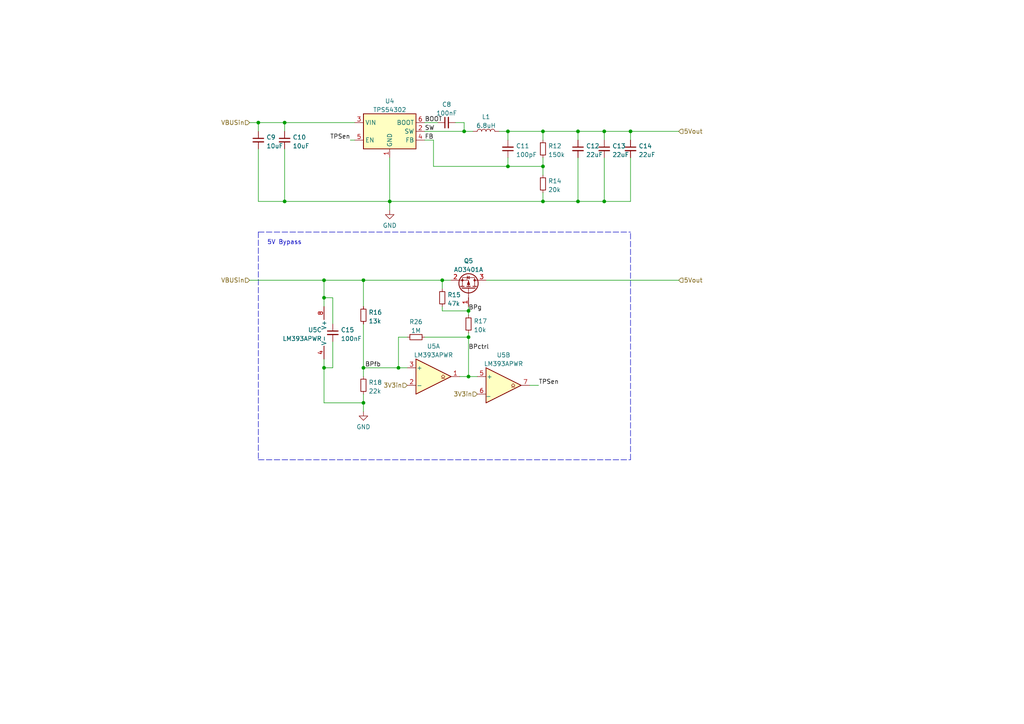
<source format=kicad_sch>
(kicad_sch (version 20211123) (generator eeschema)
  (paper "A4")
  (title_block (title "BloopBox Tailboard") (date "2022-12-03") (rev "1.0.1") (company "Qetesh"))
  (lib_symbols
    (symbol "Comparator:LM393" (pin_names (offset 0.127))
      (property "Reference" "U" (at 3.81 3.81 0))
      (property "Value" "LM393" (at 6.35 -3.81 0))
      (symbol "LM393_1_1"
        (polyline (pts (xy -5.08 5.08) (xy 5.08 0) (xy -5.08 -5.08) (xy -5.08 5.08)) (stroke (width 0.254)) (fill (type background)))
        (polyline (pts (xy 3.302 -0.508) (xy 2.794 -0.508) (xy 3.302 0) (xy 2.794 0.508) (xy 2.286 0) (xy 2.794 -0.508) (xy 2.286 -0.508)) (stroke (width 0.127)))
        (pin open_collector line (at 7.62 0 180) (length 2.54) (name "~") (number "1"))
        (pin input line (at -7.62 -2.54 0) (length 2.54) (name "-") (number "2"))
        (pin input line (at -7.62 2.54 0) (length 2.54) (name "+") (number "3"))
      )
      (symbol "LM393_2_1"
        (polyline (pts (xy -5.08 5.08) (xy 5.08 0) (xy -5.08 -5.08) (xy -5.08 5.08)) (stroke (width 0.254)) (fill (type background)))
        (polyline (pts (xy 3.302 -0.508) (xy 2.794 -0.508) (xy 3.302 0) (xy 2.794 0.508) (xy 2.286 0) (xy 2.794 -0.508) (xy 2.286 -0.508)) (stroke (width 0.127)))
        (pin input line (at -7.62 2.54 0) (length 2.54) (name "+") (number "5"))
        (pin input line (at -7.62 -2.54 0) (length 2.54) (name "_") (number "6"))
        (pin open_collector line (at 7.62 0 180) (length 2.54) (name "~") (number "7"))
      )
      (symbol "LM393_3_1"
        (pin power_in line (at -2.54 -7.62 90) (length 3.81) (name "V-") (number "4"))
        (pin power_in line (at -2.54 7.62 270) (length 3.81) (name "V+") (number "8"))
      )
    )
    (symbol "Device:C_Small" (pin_numbers hide) (pin_names (offset 0.254) hide)
      (property "Reference" "C" (at 0.254 1.778 0))
      (property "Value" "C_Small" (at 0.254 -2.032 0))
      (symbol "C_Small_0_1"
        (polyline (pts (xy -1.524 -0.508) (xy 1.524 -0.508)) (stroke (width 0.3302)))
        (polyline (pts (xy -1.524 0.508) (xy 1.524 0.508)) (stroke (width 0.3048)))
      )
      (symbol "C_Small_1_1"
        (pin passive line (at 0 2.54 270) (length 2.032) (name "~") (number "1"))
        (pin passive line (at 0 -2.54 90) (length 2.032) (name "~") (number "2"))
      )
    )
    (symbol "Device:L" (pin_numbers hide) (pin_names (offset 1.016) hide)
      (property "Reference" "L" (at -1.27 0 90))
      (property "Value" "L" (at 1.905 0 90))
      (symbol "L_0_1"
        (arc (start 0 -2.54) (mid 0.635 -1.905) (end 0 -1.27))
        (arc (start 0 -1.27) (mid 0.635 -0.635) (end 0 0))
        (arc (start 0 0) (mid 0.635 0.635) (end 0 1.27))
        (arc (start 0 1.27) (mid 0.635 1.905) (end 0 2.54))
      )
      (symbol "L_1_1"
        (pin passive line (at 0 3.81 270) (length 1.27) (name "1") (number "1"))
        (pin passive line (at 0 -3.81 90) (length 1.27) (name "2") (number "2"))
      )
    )
    (symbol "Device:R_Small" (pin_numbers hide) (pin_names (offset 0.254) hide)
      (property "Reference" "R" (at 0.762 0.508 0))
      (property "Value" "R_Small" (at 0.762 -1.016 0))
      (symbol "R_Small_0_1"
        (rectangle (start -0.762 1.778) (end 0.762 -1.778) (stroke (width 0.2032)))
      )
      (symbol "R_Small_1_1"
        (pin passive line (at 0 2.54 270) (length 0.762) (name "~") (number "1"))
        (pin passive line (at 0 -2.54 90) (length 0.762) (name "~") (number "2"))
      )
    )
    (symbol "Regulator_Switching:TPS54302"
      (property "Reference" "U" (at -7.62 6.35 0))
      (property "Value" "TPS54302" (at 0 6.35 0))
      (symbol "TPS54302_0_1"
        (rectangle (start -7.62 5.08) (end 7.62 -5.08) (stroke (width 0.254)) (fill (type background)))
      )
      (symbol "TPS54302_1_1"
        (pin power_in line (at 0 -7.62 90) (length 2.54) (name "GND") (number "1"))
        (pin power_out line (at 10.16 0 180) (length 2.54) (name "SW") (number "2"))
        (pin power_in line (at -10.16 2.54 0) (length 2.54) (name "VIN") (number "3"))
        (pin input line (at 10.16 -2.54 180) (length 2.54) (name "FB") (number "4"))
        (pin passive line (at -10.16 -2.54 0) (length 2.54) (name "EN") (number "5"))
        (pin passive line (at 10.16 2.54 180) (length 2.54) (name "BOOT") (number "6"))
      )
    )
    (symbol "Transistor_FET:AO3401A" (pin_names hide)
      (property "Reference" "Q" (at 5.08 1.905 0))
      (property "Value" "AO3401A" (at 5.08 0 0))
      (symbol "AO3401A_0_1"
        (polyline (pts (xy 0.254 0) (xy -2.54 0)))
        (polyline (pts (xy 0.254 1.905) (xy 0.254 -1.905)) (stroke (width 0.254)))
        (polyline (pts (xy 0.762 -1.27) (xy 0.762 -2.286)) (stroke (width 0.254)))
        (polyline (pts (xy 0.762 0.508) (xy 0.762 -0.508)) (stroke (width 0.254)))
        (polyline (pts (xy 0.762 2.286) (xy 0.762 1.27)) (stroke (width 0.254)))
        (polyline (pts (xy 2.54 2.54) (xy 2.54 1.778)))
        (polyline (pts (xy 2.54 -2.54) (xy 2.54 0) (xy 0.762 0)))
        (polyline (pts (xy 0.762 1.778) (xy 3.302 1.778) (xy 3.302 -1.778) (xy 0.762 -1.778)))
        (polyline (pts (xy 2.286 0) (xy 1.27 0.381) (xy 1.27 -0.381) (xy 2.286 0)) (fill (type outline)))
        (polyline (pts (xy 2.794 -0.508) (xy 2.921 -0.381) (xy 3.683 -0.381) (xy 3.81 -0.254)))
        (polyline (pts (xy 3.302 -0.381) (xy 2.921 0.254) (xy 3.683 0.254) (xy 3.302 -0.381)))
        (circle (center 1.651 0) (radius 2.794) (stroke (width 0.254)))
        (circle (center 2.54 -1.778) (radius 0.254) (fill (type outline)))
        (circle (center 2.54 1.778) (radius 0.254) (fill (type outline)))
      )
      (symbol "AO3401A_1_1"
        (pin input line (at -5.08 0 0) (length 2.54) (name "G") (number "1"))
        (pin passive line (at 2.54 -5.08 90) (length 2.54) (name "S") (number "2"))
        (pin passive line (at 2.54 5.08 270) (length 2.54) (name "D") (number "3"))
      )
    )
    (symbol "power:GND" (power) (pin_names (offset 0))
      (property "Value" "GND" (at 0 -3.81 0))
      (symbol "GND_0_1"
        (polyline (pts (xy 0 0) (xy 0 -1.27) (xy 1.27 -1.27) (xy 0 -2.54) (xy -1.27 -1.27) (xy 0 -1.27)))
      )
      (symbol "GND_1_1"
        (pin power_in line (at 0 0 270) (length 0) hide (name "GND") (number "1"))
      )
    )
  )
  (junction (at 157.48 38.1))
  (junction (at 157.48 58.42))
  (junction (at 147.32 48.26))
  (junction (at 115.57 106.68))
  (junction (at 135.89 109.22))
  (junction (at 93.98 86.36))
  (junction (at 82.55 35.56))
  (junction (at 93.98 106.68))
  (junction (at 182.88 38.1))
  (junction (at 135.89 97.79))
  (junction (at 167.64 58.42))
  (junction (at 175.26 38.1))
  (junction (at 82.55 58.42))
  (junction (at 105.41 116.84))
  (junction (at 135.89 90.17))
  (junction (at 74.93 35.56))
  (junction (at 157.48 48.26))
  (junction (at 93.98 81.28))
  (junction (at 134.62 38.1))
  (junction (at 167.64 38.1))
  (junction (at 105.41 106.68))
  (junction (at 128.27 81.28))
  (junction (at 147.32 38.1))
  (junction (at 175.26 58.42))
  (junction (at 105.41 81.28))
  (junction (at 113.03 58.42))
  (wire (pts (xy 167.64 58.42) (xy 175.26 58.42)))
  (wire (pts (xy 118.11 97.79) (xy 115.57 97.79)))
  (wire (pts (xy 105.41 81.28) (xy 105.41 88.9)))
  (wire (pts (xy 123.19 35.56) (xy 127 35.56)))
  (wire (pts (xy 157.48 58.42) (xy 167.64 58.42)))
  (wire (pts (xy 157.48 55.88) (xy 157.48 58.42)))
  (wire (pts (xy 113.03 58.42) (xy 157.48 58.42)))
  (wire (pts (xy 74.93 35.56) (xy 82.55 35.56)))
  (wire (pts (xy 196.85 81.28) (xy 140.97 81.28)))
  (wire (pts (xy 105.41 81.28) (xy 128.27 81.28)))
  (wire (pts (xy 96.52 86.36) (xy 93.98 86.36)))
  (wire (pts (xy 93.98 116.84) (xy 105.41 116.84)))
  (wire (pts (xy 175.26 38.1) (xy 167.64 38.1)))
  (polyline (pts (xy 182.88 133.35) (xy 182.88 67.31)))
  (wire (pts (xy 135.89 96.52) (xy 135.89 97.79)))
  (wire (pts (xy 153.67 111.76) (xy 156.21 111.76)))
  (wire (pts (xy 147.32 45.72) (xy 147.32 48.26)))
  (wire (pts (xy 115.57 106.68) (xy 118.11 106.68)))
  (wire (pts (xy 96.52 106.68) (xy 93.98 106.68)))
  (wire (pts (xy 74.93 38.1) (xy 74.93 35.56)))
  (wire (pts (xy 102.87 40.64) (xy 101.6 40.64)))
  (wire (pts (xy 93.98 81.28) (xy 105.41 81.28)))
  (wire (pts (xy 72.39 35.56) (xy 74.93 35.56)))
  (wire (pts (xy 157.48 40.64) (xy 157.48 38.1)))
  (wire (pts (xy 115.57 97.79) (xy 115.57 106.68)))
  (wire (pts (xy 135.89 88.9) (xy 135.89 90.17)))
  (wire (pts (xy 133.35 109.22) (xy 135.89 109.22)))
  (wire (pts (xy 175.26 58.42) (xy 182.88 58.42)))
  (wire (pts (xy 144.78 38.1) (xy 147.32 38.1)))
  (wire (pts (xy 93.98 86.36) (xy 93.98 88.9)))
  (wire (pts (xy 105.41 116.84) (xy 105.41 119.38)))
  (wire (pts (xy 128.27 81.28) (xy 130.81 81.28)))
  (wire (pts (xy 134.62 35.56) (xy 132.08 35.56)))
  (wire (pts (xy 105.41 106.68) (xy 105.41 93.98)))
  (wire (pts (xy 93.98 106.68) (xy 93.98 116.84)))
  (wire (pts (xy 175.26 45.72) (xy 175.26 58.42)))
  (wire (pts (xy 182.88 38.1) (xy 175.26 38.1)))
  (wire (pts (xy 82.55 58.42) (xy 74.93 58.42)))
  (wire (pts (xy 82.55 43.18) (xy 82.55 58.42)))
  (wire (pts (xy 135.89 97.79) (xy 135.89 109.22)))
  (wire (pts (xy 167.64 45.72) (xy 167.64 58.42)))
  (wire (pts (xy 123.19 97.79) (xy 135.89 97.79)))
  (wire (pts (xy 93.98 81.28) (xy 93.98 86.36)))
  (wire (pts (xy 123.19 38.1) (xy 134.62 38.1)))
  (wire (pts (xy 147.32 38.1) (xy 147.32 40.64)))
  (wire (pts (xy 82.55 35.56) (xy 102.87 35.56)))
  (wire (pts (xy 167.64 40.64) (xy 167.64 38.1)))
  (wire (pts (xy 157.48 38.1) (xy 147.32 38.1)))
  (wire (pts (xy 113.03 58.42) (xy 113.03 60.96)))
  (polyline (pts (xy 74.93 67.31) (xy 182.88 67.31)))
  (wire (pts (xy 113.03 58.42) (xy 113.03 45.72)))
  (wire (pts (xy 105.41 106.68) (xy 115.57 106.68)))
  (wire (pts (xy 135.89 109.22) (xy 138.43 109.22)))
  (wire (pts (xy 82.55 38.1) (xy 82.55 35.56)))
  (wire (pts (xy 93.98 104.14) (xy 93.98 106.68)))
  (wire (pts (xy 128.27 81.28) (xy 128.27 83.82)))
  (wire (pts (xy 125.73 40.64) (xy 125.73 48.26)))
  (wire (pts (xy 96.52 93.98) (xy 96.52 86.36)))
  (polyline (pts (xy 74.93 67.31) (xy 74.93 133.35)))
  (wire (pts (xy 134.62 38.1) (xy 137.16 38.1)))
  (wire (pts (xy 125.73 48.26) (xy 147.32 48.26)))
  (wire (pts (xy 135.89 90.17) (xy 135.89 91.44)))
  (wire (pts (xy 134.62 38.1) (xy 134.62 35.56)))
  (wire (pts (xy 82.55 58.42) (xy 113.03 58.42)))
  (wire (pts (xy 128.27 88.9) (xy 128.27 90.17)))
  (polyline (pts (xy 74.93 133.35) (xy 182.88 133.35)))
  (wire (pts (xy 72.39 81.28) (xy 93.98 81.28)))
  (wire (pts (xy 182.88 38.1) (xy 196.85 38.1)))
  (wire (pts (xy 157.48 48.26) (xy 157.48 45.72)))
  (wire (pts (xy 157.48 48.26) (xy 157.48 50.8)))
  (wire (pts (xy 105.41 106.68) (xy 105.41 109.22)))
  (wire (pts (xy 128.27 90.17) (xy 135.89 90.17)))
  (wire (pts (xy 182.88 58.42) (xy 182.88 45.72)))
  (wire (pts (xy 74.93 58.42) (xy 74.93 43.18)))
  (wire (pts (xy 96.52 99.06) (xy 96.52 106.68)))
  (wire (pts (xy 167.64 38.1) (xy 157.48 38.1)))
  (wire (pts (xy 123.19 40.64) (xy 125.73 40.64)))
  (wire (pts (xy 105.41 116.84) (xy 105.41 114.3)))
  (wire (pts (xy 182.88 40.64) (xy 182.88 38.1)))
  (wire (pts (xy 175.26 40.64) (xy 175.26 38.1)))
  (wire (pts (xy 147.32 48.26) (xy 157.48 48.26)))
  (text "5V Bypass" (at 77.47 71.12 0) (effects (font (size 1.27 1.27)) (justify left bottom)))
  (label "BOOT" (at 123.19 35.56 0))
  (label "TPSen" (at 101.6 40.64 180))
  (label "TPSen" (at 156.21 111.76 0))
  (label "SW" (at 123.19 38.1 0))
  (label "BPg" (at 135.89 90.17 0))
  (label "FB" (at 123.19 40.64 0))
  (label "BPctrl" (at 135.89 101.6 0))
  (label "BPfb" (at 110.49 106.68 180))
  (hierarchical_label "VBUSin" (shape input) (at 72.39 81.28 180))
  (hierarchical_label "5Vout" (shape input) (at 196.85 38.1 0))
  (hierarchical_label "3V3in" (shape input) (at 138.43 114.3 180))
  (hierarchical_label "5Vout" (shape input) (at 196.85 81.28 0))
  (hierarchical_label "3V3in" (shape input) (at 118.11 111.76 180))
  (hierarchical_label "VBUSin" (shape input) (at 72.39 35.56 180))
  (symbol (lib_id "Device:R_Small") (at 135.89 93.98 180) (unit 1)
    (property "Reference" "R17" (at 137.3886 93.1453 0) (effects (justify right)))
    (property "Value" "10k" (at 137.3886 95.6822 0) (effects (justify right)))
    (property "Footprint" "Resistor_SMD:R_0402_1005Metric" (effects hide))
  )
  (symbol (lib_id "Device:C_Small") (at 175.26 43.18 0) (unit 1)
    (property "Reference" "C13" (at 177.5841 42.3516 0) (effects (justify left)))
    (property "Value" "22uF" (at 177.5841 44.8885 0) (effects (justify left)))
    (property "Footprint" "Capacitor_SMD:C_1206_3216Metric" (effects hide))
    (property "LCSC" "C5672" (effects hide))
  )
  (symbol (lib_id "Comparator:LM393") (at 125.73 109.22 0) (unit 1)
    (property "Reference" "U5" (at 125.73 100.4402 0))
    (property "Value" "LM393APWR" (at 125.73 102.9771 0))
    (property "Footprint" "Package_SO:TSSOP-8_4.4x3mm_P0.65mm" (effects hide))
    (property "Datasheet" "http://www.ti.com/lit/ds/symlink/lm393.pdf" (effects hide))
    (property "LCSC" "C527473" (effects hide))
  )
  (symbol (lib_id "Regulator_Switching:TPS54302") (at 113.03 38.1 0) (unit 1)
    (property "Reference" "U4" (at 113.03 29.3202 0))
    (property "Value" "TPS54302" (at 113.03 31.8571 0))
    (property "Footprint" "Package_TO_SOT_SMD:SOT-23-6" (effects hide))
    (property "Datasheet" "http://www.ti.com/lit/ds/symlink/tps54302.pdf" (effects hide))
    (property "LCSC" "C311983" (effects hide))
  )
  (symbol (lib_id "Device:C_Small") (at 167.64 43.18 0) (unit 1)
    (property "Reference" "C12" (at 169.9641 42.3516 0) (effects (justify left)))
    (property "Value" "22uF" (at 169.9641 44.8885 0) (effects (justify left)))
    (property "Footprint" "Capacitor_SMD:C_1206_3216Metric" (effects hide))
    (property "LCSC" "C5672" (effects hide))
  )
  (symbol (lib_id "Device:R_Small") (at 120.65 97.79 90) (unit 1)
    (property "Reference" "R26" (at 120.65 93.3536 90))
    (property "Value" "1M" (at 120.65 95.8905 90))
    (property "Footprint" "Resistor_SMD:R_0402_1005Metric" (effects hide))
  )
  (symbol (lib_id "power:GND") (at 113.03 60.96 0) (unit 1)
    (property "Reference" "#PWR036" (effects hide))
    (property "Value" "GND" (at 113.03 65.4034 0))
  )
  (symbol (lib_id "Device:C_Small") (at 147.32 43.18 180) (unit 1)
    (property "Reference" "C11" (at 149.6441 42.3389 0) (effects (justify right)))
    (property "Value" "100pF" (at 149.6441 44.8758 0) (effects (justify right)))
    (property "Footprint" "Capacitor_SMD:C_0402_1005Metric" (effects hide))
    (property "LCSC" "C1546" (effects hide))
  )
  (symbol (lib_id "Device:C_Small") (at 74.93 40.64 0) (unit 1)
    (property "Reference" "C9" (at 77.2541 39.8116 0) (effects (justify left)))
    (property "Value" "10uF" (at 77.2541 42.3485 0) (effects (justify left)))
    (property "Footprint" "Capacitor_SMD:C_1206_3216Metric" (effects hide))
    (property "LCSC" "C13585" (effects hide))
  )
  (symbol (lib_id "Device:C_Small") (at 96.52 96.52 0) (unit 1)
    (property "Reference" "C15" (at 98.8441 95.6916 0) (effects (justify left)))
    (property "Value" "100nF" (at 98.8441 98.2285 0) (effects (justify left)))
    (property "Footprint" "Capacitor_SMD:C_0402_1005Metric" (effects hide))
    (property "LCSC" "C307331" (effects hide))
  )
  (symbol (lib_id "Device:C_Small") (at 182.88 43.18 0) (unit 1)
    (property "Reference" "C14" (at 185.2041 42.3516 0) (effects (justify left)))
    (property "Value" "22uF" (at 185.2041 44.8885 0) (effects (justify left)))
    (property "Footprint" "Capacitor_SMD:C_1206_3216Metric" (effects hide))
    (property "LCSC" "C5672" (effects hide))
  )
  (symbol (lib_id "Device:R_Small") (at 157.48 43.18 0) (unit 1)
    (property "Reference" "R12" (at 158.9786 42.3453 0) (effects (justify left)))
    (property "Value" "150k" (at 158.9786 44.8822 0) (effects (justify left)))
    (property "Footprint" "Resistor_SMD:R_0402_1005Metric" (effects hide))
  )
  (symbol (lib_id "Comparator:LM393") (at 96.52 96.52 0) (unit 3)
    (property "Reference" "U5" (at 93.3451 95.6853 0) (effects (justify right)))
    (property "Value" "LM393APWR" (at 93.3451 98.2222 0) (effects (justify right)))
    (property "Footprint" "Package_SO:TSSOP-8_4.4x3mm_P0.65mm" (effects hide))
    (property "Datasheet" "http://www.ti.com/lit/ds/symlink/lm393.pdf" (effects hide))
    (property "LCSC" "C527473" (effects hide))
  )
  (symbol (lib_id "Device:R_Small") (at 105.41 91.44 0) (unit 1)
    (property "Reference" "R16" (at 106.9086 90.6053 0) (effects (justify left)))
    (property "Value" "13k" (at 106.9086 93.1422 0) (effects (justify left)))
    (property "Footprint" "Resistor_SMD:R_0402_1005Metric" (effects hide))
  )
  (symbol (lib_id "Device:R_Small") (at 105.41 111.76 0) (unit 1)
    (property "Reference" "R18" (at 106.9086 110.9253 0) (effects (justify left)))
    (property "Value" "22k" (at 106.9086 113.4622 0) (effects (justify left)))
    (property "Footprint" "Resistor_SMD:R_0402_1005Metric" (effects hide))
  )
  (symbol (lib_id "Device:L") (at 140.97 38.1 90) (unit 1)
    (property "Reference" "L1" (at 140.97 33.8922 90))
    (property "Value" "6.8uH" (at 140.97 36.4291 90))
    (property "Footprint" "Inductor_SMD:L_Bourns_SRP7028A_7.3x6.6mm" (effects hide))
    (property "LCSC" "C400395" (effects hide))
  )
  (symbol (lib_id "Transistor_FET:AO3401A") (at 135.89 83.82 270) (mirror x) (unit 1)
    (property "Reference" "Q5" (at 135.89 75.6752 90))
    (property "Value" "AO3401A" (at 135.89 78.2121 90))
    (property "Footprint" "Package_TO_SOT_SMD:SOT-23" (effects hide))
    (property "Datasheet" "http://www.aosmd.com/pdfs/datasheet/AO3401A.pdf" (effects hide))
    (property "LCSC" "C15127" (effects hide))
  )
  (symbol (lib_id "Device:R_Small") (at 128.27 86.36 0) (unit 1)
    (property "Reference" "R15" (at 129.7686 85.5253 0) (effects (justify left)))
    (property "Value" "47k" (at 129.7686 88.0622 0) (effects (justify left)))
    (property "Footprint" "Resistor_SMD:R_0402_1005Metric" (effects hide))
  )
  (symbol (lib_id "Device:C_Small") (at 82.55 40.64 0) (unit 1)
    (property "Reference" "C10" (at 84.8741 39.8116 0) (effects (justify left)))
    (property "Value" "10uF" (at 84.8741 42.3485 0) (effects (justify left)))
    (property "Footprint" "Capacitor_SMD:C_1206_3216Metric" (effects hide))
    (property "LCSC" "C13585" (effects hide))
  )
  (symbol (lib_id "Device:R_Small") (at 157.48 53.34 0) (unit 1)
    (property "Reference" "R14" (at 158.9786 52.5053 0) (effects (justify left)))
    (property "Value" "20k" (at 158.9786 55.0422 0) (effects (justify left)))
    (property "Footprint" "Resistor_SMD:R_0402_1005Metric" (effects hide))
  )
  (symbol (lib_id "Device:C_Small") (at 129.54 35.56 90) (unit 1)
    (property "Reference" "C8" (at 129.5463 30.2981 90))
    (property "Value" "100nF" (at 129.5463 32.835 90))
    (property "Footprint" "Capacitor_SMD:C_0402_1005Metric" (effects hide))
    (property "LCSC" "C1525" (effects hide))
  )
  (symbol (lib_id "Comparator:LM393") (at 146.05 111.76 0) (unit 2)
    (property "Reference" "U5" (at 146.05 102.9802 0))
    (property "Value" "LM393APWR" (at 146.05 105.5171 0))
    (property "Footprint" "Package_SO:TSSOP-8_4.4x3mm_P0.65mm" (effects hide))
    (property "Datasheet" "http://www.ti.com/lit/ds/symlink/lm393.pdf" (effects hide))
    (property "LCSC" "C527473" (effects hide))
  )
  (symbol (lib_id "power:GND") (at 105.41 119.38 0) (unit 1)
    (property "Reference" "#PWR038" (effects hide))
    (property "Value" "GND" (at 105.41 123.8234 0))
  )
)
</source>
